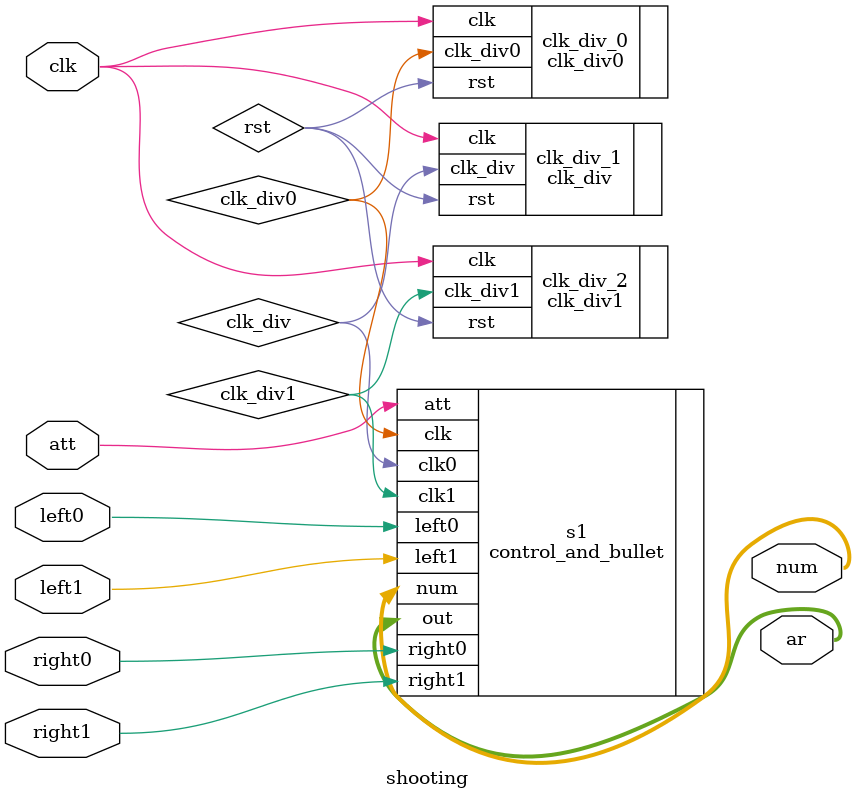
<source format=v>
module shooting(
    input   clk   ,//clk from board
    input   right0   ,//shooter right button
    input   left0   ,//shooter left button
    input   right1   ,//catcher right button
    input   left1   ,//catcher left button
    input   att,//shooter attack button
    output  [15:0] ar,//8x8 led matrix output
    output  [6:0]num//7-segment display output
    );
    
    wire    clk_div, clk_div0 , clk_div1;
    
    control_and_bullet s1(
    .clk    (clk_div0),// super fast clk for 8x8 led matrix
    .clk0   (clk_div),//fast clk for control button
    .clk1   (clk_div1),//slow clk for bullet and score
	.left0    (left0),
	.left1    (left1),
	.right0	(right0),
	.right1	(right1),
	.att    (att),
    .out    (ar),
    .num    (num)
    );
    
    clk_div clk_div_1( //slow clk for bullet and score
    .clk    (clk),
    .rst    (rst),
    .clk_div    (clk_div)
    );
    
    clk_div0 clk_div_0(  // super fast clk for 8x8 led matrix
    .clk    (clk),
    .rst    (rst),
    .clk_div0    (clk_div0)
    );
    
    clk_div1 clk_div_2( //fast clk for control button
    .clk    (clk),
    .rst    (rst),
    .clk_div1    (clk_div1)
    );
    
endmodule

</source>
